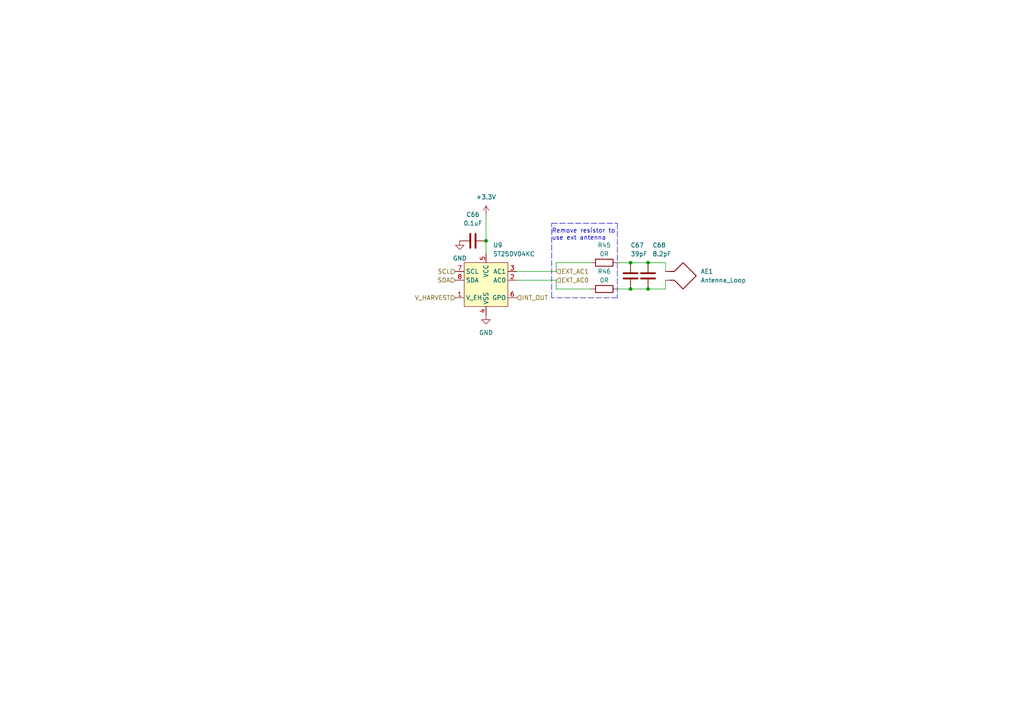
<source format=kicad_sch>
(kicad_sch (version 20211123) (generator eeschema)
  (paper "A4")
  (lib_symbols
    (symbol "Device:Antenna_Loop" (pin_numbers hide) (pin_names (offset 1.016) hide)
      (property "Reference" "AE" (at 1.27 6.35 0))
      (property "Value" "Antenna_Loop" (at 1.27 5.08 0))
      (symbol "Antenna_Loop_0_1"
        (polyline (pts (xy 2.54 -3.81) (xy 2.54 -2.54) (xy 5.08 0) (xy 1.27 3.81) (xy -2.54 0) (xy 0 -2.54) (xy 0 -3.81)) (stroke (width 0.254)))
      )
      (symbol "Antenna_Loop_1_1"
        (pin input line (at 0 -5.08 90) (length 2.54) (name "~") (number "1"))
        (pin input line (at 2.54 -5.08 90) (length 2.54) (name "~") (number "2"))
      )
    )
    (symbol "Device:C" (pin_numbers hide) (pin_names (offset 0.254))
      (property "Reference" "C" (at 0.635 2.54 0))
      (property "Value" "C" (at 0.635 -2.54 0))
      (symbol "C_0_1"
        (polyline (pts (xy -2.032 -0.762) (xy 2.032 -0.762)) (stroke (width 0.508)))
        (polyline (pts (xy -2.032 0.762) (xy 2.032 0.762)) (stroke (width 0.508)))
      )
      (symbol "C_1_1"
        (pin passive line (at 0 3.81 270) (length 2.794) (name "~") (number "1"))
        (pin passive line (at 0 -3.81 90) (length 2.794) (name "~") (number "2"))
      )
    )
    (symbol "Device:R" (pin_numbers hide) (pin_names (offset 0))
      (property "Reference" "R" (at 2.032 0 90))
      (property "Value" "R" (at 0 0 90))
      (symbol "R_0_1"
        (rectangle (start -1.016 -2.54) (end 1.016 2.54) (stroke (width 0.254)))
      )
      (symbol "R_1_1"
        (pin passive line (at 0 3.81 270) (length 1.27) (name "~") (number "1"))
        (pin passive line (at 0 -3.81 90) (length 1.27) (name "~") (number "2"))
      )
    )
    (symbol "airsoft_controller:ST25DV04KC"
      (property "Reference" "U" (at 2.54 10.16 0))
      (property "Value" "ST25DV04KC" (at 7.62 7.62 0))
      (symbol "ST25DV04KC_0_0"
        (pin power_out line (at -8.89 -3.81 0) (length 2.54) (name "V_EH") (number "1"))
        (pin output line (at 8.89 1.27 180) (length 2.54) (name "AC0") (number "2"))
        (pin output line (at 8.89 3.81 180) (length 2.54) (name "AC1") (number "3"))
        (pin passive line (at 0 -8.89 90) (length 2.54) (name "VSS") (number "4"))
        (pin passive line (at 0 8.89 270) (length 2.54) (name "VCC") (number "5"))
        (pin output line (at 8.89 -3.81 180) (length 2.54) (name "GPO") (number "6"))
        (pin bidirectional line (at -8.89 3.81 0) (length 2.54) (name "SCL") (number "7"))
        (pin bidirectional line (at -8.89 1.27 0) (length 2.54) (name "SDA") (number "8"))
      )
      (symbol "ST25DV04KC_0_1"
        (rectangle (start -6.35 6.35) (end 6.35 -6.35) (fill (type background)))
      )
    )
    (symbol "power:+3.3V" (power) (pin_names (offset 0))
      (property "Value" "+3.3V" (at 0 3.556 0))
      (symbol "+3.3V_0_1"
        (polyline (pts (xy -0.762 1.27) (xy 0 2.54)))
        (polyline (pts (xy 0 0) (xy 0 2.54)))
        (polyline (pts (xy 0 2.54) (xy 0.762 1.27)))
      )
      (symbol "+3.3V_1_1"
        (pin power_in line (at 0 0 90) (length 0) hide (name "+3.3V") (number "1"))
      )
    )
    (symbol "power:GND" (power) (pin_names (offset 0))
      (property "Value" "GND" (at 0 -3.81 0))
      (symbol "GND_0_1"
        (polyline (pts (xy 0 0) (xy 0 -1.27) (xy 1.27 -1.27) (xy 0 -2.54) (xy -1.27 -1.27) (xy 0 -1.27)))
      )
      (symbol "GND_1_1"
        (pin power_in line (at 0 0 270) (length 0) hide (name "GND") (number "1"))
      )
    )
  )
  (junction (at 187.96 83.82))
  (junction (at 187.96 76.2))
  (junction (at 140.97 69.85))
  (junction (at 182.88 76.2))
  (junction (at 182.88 83.82))
  (wire (pts (xy 149.86 81.28) (xy 161.29 81.28)))
  (wire (pts (xy 171.45 83.82) (xy 161.29 83.82)))
  (wire (pts (xy 149.86 78.74) (xy 161.29 78.74)))
  (wire (pts (xy 187.96 76.2) (xy 193.04 76.2)))
  (polyline (pts (xy 179.07 64.77) (xy 179.07 86.36)))
  (wire (pts (xy 179.07 76.2) (xy 182.88 76.2)))
  (wire (pts (xy 161.29 83.82) (xy 161.29 81.28)))
  (wire (pts (xy 140.97 69.85) (xy 140.97 73.66)))
  (wire (pts (xy 182.88 83.82) (xy 179.07 83.82)))
  (wire (pts (xy 193.04 81.28) (xy 193.04 83.82)))
  (wire (pts (xy 182.88 76.2) (xy 187.96 76.2)))
  (wire (pts (xy 187.96 83.82) (xy 182.88 83.82)))
  (polyline (pts (xy 160.02 64.77) (xy 179.07 64.77)))
  (wire (pts (xy 171.45 76.2) (xy 161.29 76.2)))
  (wire (pts (xy 193.04 78.74) (xy 193.04 76.2)))
  (polyline (pts (xy 179.07 86.36) (xy 160.02 86.36)))
  (polyline (pts (xy 160.02 86.36) (xy 160.02 64.77)))
  (wire (pts (xy 140.97 62.23) (xy 140.97 69.85)))
  (wire (pts (xy 193.04 83.82) (xy 187.96 83.82)))
  (wire (pts (xy 161.29 76.2) (xy 161.29 78.74)))
  (text "Remove resistor to\nuse ext antenna" (at 160.02 69.85 0) (effects (font (size 1.27 1.27)) (justify left bottom)))
  (hierarchical_label "INT_OUT" (shape input) (at 149.86 86.36 0))
  (hierarchical_label "SCL" (shape input) (at 132.08 78.74 180))
  (hierarchical_label "EXT_AC0" (shape input) (at 161.29 81.28 0))
  (hierarchical_label "SDA" (shape input) (at 132.08 81.28 180))
  (hierarchical_label "EXT_AC1" (shape input) (at 161.29 78.74 0))
  (hierarchical_label "V_HARVEST" (shape input) (at 132.08 86.36 180))
  (symbol (lib_id "power:GND") (at 133.35 69.85 0) (unit 1)
    (property "Reference" "#PWR081" (effects hide))
    (property "Value" "GND" (at 133.35 74.93 0))
  )
  (symbol (lib_id "power:GND") (at 140.97 91.44 0) (unit 1)
    (property "Reference" "#PWR083" (effects hide))
    (property "Value" "GND" (at 140.97 96.52 0))
  )
  (symbol (lib_id "Device:Antenna_Loop") (at 198.12 78.74 270) (unit 1)
    (property "Reference" "AE1" (at 203.2 78.7399 90) (effects (justify left)))
    (property "Value" "Antenna_Loop" (at 203.2 81.2799 90) (effects (justify left)))
    (property "Footprint" "airsoft_controller:Antenna_loop-13.56MHz" (effects hide))
  )
  (symbol (lib_id "power:+3.3V") (at 140.97 62.23 0) (unit 1)
    (property "Reference" "#PWR082" (effects hide))
    (property "Value" "+3.3V" (at 140.97 57.15 0))
  )
  (symbol (lib_id "Device:C") (at 182.88 80.01 0) (unit 1)
    (property "Reference" "C67" (at 182.88 71.12 0) (effects (justify left)))
    (property "Value" "39pF" (at 182.88 73.66 0) (effects (justify left)))
    (property "Footprint" "Capacitor_SMD:C_0603_1608Metric_Pad1.08x0.95mm_HandSolder" (effects hide))
  )
  (symbol (lib_id "airsoft_controller:ST25DV04KC") (at 140.97 82.55 0) (unit 1)
    (property "Reference" "U9" (at 142.9894 71.12 0) (effects (justify left)))
    (property "Value" "ST25DV04KC" (at 142.9894 73.66 0) (effects (justify left)))
    (property "Footprint" "airsoft_controller:TSSOP-8_6.4x3mm_P0.65mm" (effects hide))
    (property "Datasheet" "https://www.mouser.ee/datasheet/2/389/st25dv04kc-2450072.pdf" (effects hide))
  )
  (symbol (lib_id "Device:C") (at 137.16 69.85 90) (unit 1)
    (property "Reference" "C66" (at 137.16 62.23 90))
    (property "Value" "0.1uF" (at 137.16 64.77 90))
    (property "Footprint" "Capacitor_SMD:C_0603_1608Metric_Pad1.08x0.95mm_HandSolder" (effects hide))
  )
  (symbol (lib_id "Device:R") (at 175.26 83.82 90) (unit 1)
    (property "Reference" "R46" (at 175.26 78.74 90))
    (property "Value" "0R" (at 175.26 81.28 90))
    (property "Footprint" "Resistor_SMD:R_0603_1608Metric_Pad0.98x0.95mm_HandSolder" (effects hide))
  )
  (symbol (lib_id "Device:C") (at 187.96 80.01 0) (unit 1)
    (property "Reference" "C68" (at 189.23 71.12 0) (effects (justify left)))
    (property "Value" "8.2pF" (at 189.23 73.66 0) (effects (justify left)))
    (property "Footprint" "Capacitor_SMD:C_0603_1608Metric_Pad1.08x0.95mm_HandSolder" (effects hide))
  )
  (symbol (lib_id "Device:R") (at 175.26 76.2 90) (unit 1)
    (property "Reference" "R45" (at 175.26 71.12 90))
    (property "Value" "0R" (at 175.26 73.66 90))
    (property "Footprint" "Resistor_SMD:R_0603_1608Metric_Pad0.98x0.95mm_HandSolder" (effects hide))
  )
)
</source>
